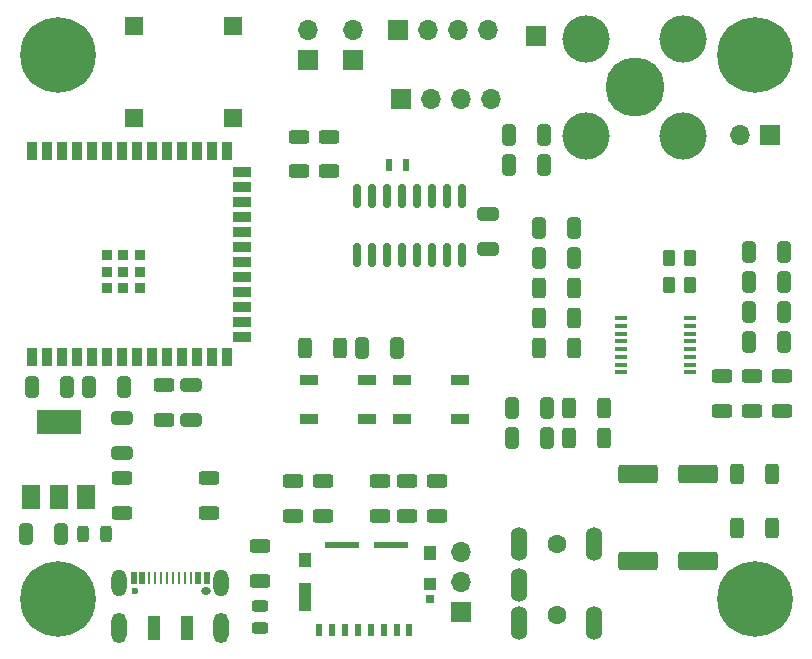
<source format=gbr>
%TF.GenerationSoftware,KiCad,Pcbnew,8.0.1-8.0.1-1~ubuntu22.04.1*%
%TF.CreationDate,2024-04-20T15:13:04+02:00*%
%TF.ProjectId,mp3alarm,6d703361-6c61-4726-9d2e-6b696361645f,v0.2*%
%TF.SameCoordinates,Original*%
%TF.FileFunction,Soldermask,Top*%
%TF.FilePolarity,Negative*%
%FSLAX46Y46*%
G04 Gerber Fmt 4.6, Leading zero omitted, Abs format (unit mm)*
G04 Created by KiCad (PCBNEW 8.0.1-8.0.1-1~ubuntu22.04.1) date 2024-04-20 15:13:04*
%MOMM*%
%LPD*%
G01*
G04 APERTURE LIST*
G04 Aperture macros list*
%AMRoundRect*
0 Rectangle with rounded corners*
0 $1 Rounding radius*
0 $2 $3 $4 $5 $6 $7 $8 $9 X,Y pos of 4 corners*
0 Add a 4 corners polygon primitive as box body*
4,1,4,$2,$3,$4,$5,$6,$7,$8,$9,$2,$3,0*
0 Add four circle primitives for the rounded corners*
1,1,$1+$1,$2,$3*
1,1,$1+$1,$4,$5*
1,1,$1+$1,$6,$7*
1,1,$1+$1,$8,$9*
0 Add four rect primitives between the rounded corners*
20,1,$1+$1,$2,$3,$4,$5,0*
20,1,$1+$1,$4,$5,$6,$7,0*
20,1,$1+$1,$6,$7,$8,$9,0*
20,1,$1+$1,$8,$9,$2,$3,0*%
G04 Aperture macros list end*
%ADD10R,1.500000X0.900000*%
%ADD11RoundRect,0.250000X-0.325000X-0.650000X0.325000X-0.650000X0.325000X0.650000X-0.325000X0.650000X0*%
%ADD12R,1.700000X1.700000*%
%ADD13O,1.700000X1.700000*%
%ADD14R,0.500000X1.000000*%
%ADD15R,0.720000X0.780000*%
%ADD16R,1.050000X1.080000*%
%ADD17R,1.050000X1.200000*%
%ADD18R,1.050000X2.390000*%
%ADD19R,2.910000X0.550000*%
%ADD20RoundRect,0.250000X-0.312500X-0.625000X0.312500X-0.625000X0.312500X0.625000X-0.312500X0.625000X0*%
%ADD21RoundRect,0.250000X0.312500X0.625000X-0.312500X0.625000X-0.312500X-0.625000X0.312500X-0.625000X0*%
%ADD22C,0.600000*%
%ADD23R,1.000000X2.000000*%
%ADD24O,0.850000X0.600000*%
%ADD25R,0.520000X1.000000*%
%ADD26R,0.270000X1.000000*%
%ADD27O,1.300000X2.300000*%
%ADD28O,1.300000X2.600000*%
%ADD29C,6.400000*%
%ADD30RoundRect,0.250000X0.625000X-0.312500X0.625000X0.312500X-0.625000X0.312500X-0.625000X-0.312500X0*%
%ADD31RoundRect,0.250000X0.325000X0.650000X-0.325000X0.650000X-0.325000X-0.650000X0.325000X-0.650000X0*%
%ADD32RoundRect,0.250000X0.262500X0.450000X-0.262500X0.450000X-0.262500X-0.450000X0.262500X-0.450000X0*%
%ADD33R,1.500000X1.500000*%
%ADD34R,0.900000X1.500000*%
%ADD35R,0.900000X0.900000*%
%ADD36RoundRect,0.243750X0.456250X-0.243750X0.456250X0.243750X-0.456250X0.243750X-0.456250X-0.243750X0*%
%ADD37R,1.500000X2.000000*%
%ADD38R,3.800000X2.000000*%
%ADD39RoundRect,0.250000X0.650000X-0.325000X0.650000X0.325000X-0.650000X0.325000X-0.650000X-0.325000X0*%
%ADD40C,1.600000*%
%ADD41O,1.422400X2.844800*%
%ADD42RoundRect,0.250000X1.412500X0.550000X-1.412500X0.550000X-1.412500X-0.550000X1.412500X-0.550000X0*%
%ADD43R,1.000000X0.400000*%
%ADD44RoundRect,0.150000X-0.150000X0.850000X-0.150000X-0.850000X0.150000X-0.850000X0.150000X0.850000X0*%
%ADD45RoundRect,0.250000X-0.262500X-0.450000X0.262500X-0.450000X0.262500X0.450000X-0.262500X0.450000X0*%
%ADD46RoundRect,0.250000X-0.625000X0.312500X-0.625000X-0.312500X0.625000X-0.312500X0.625000X0.312500X0*%
%ADD47RoundRect,0.243750X-0.243750X-0.456250X0.243750X-0.456250X0.243750X0.456250X-0.243750X0.456250X0*%
%ADD48C,5.000000*%
%ADD49C,4.000000*%
%ADD50R,0.600000X1.100000*%
%ADD51RoundRect,0.250000X-0.650000X0.325000X-0.650000X-0.325000X0.650000X-0.325000X0.650000X0.325000X0*%
G04 APERTURE END LIST*
D10*
%TO.C,D1*%
X74078000Y-88772000D03*
X74078000Y-85472000D03*
X69178000Y-85472000D03*
X69178000Y-88772000D03*
%TD*%
D11*
%TO.C,C1*%
X86155000Y-67310000D03*
X89105000Y-67310000D03*
%TD*%
D12*
%TO.C,J3*%
X69088000Y-58425000D03*
D13*
X69088000Y-55885000D03*
%TD*%
D12*
%TO.C,J5*%
X76962000Y-61722000D03*
D13*
X79502000Y-61722000D03*
X82042000Y-61722000D03*
X84582000Y-61722000D03*
%TD*%
D12*
%TO.C,J6*%
X76761500Y-55880000D03*
D13*
X79301500Y-55880000D03*
X81841500Y-55880000D03*
X84381500Y-55880000D03*
%TD*%
D14*
%TO.C,J7*%
X77718000Y-106689716D03*
X76618000Y-106689716D03*
X75518000Y-106689716D03*
X74418000Y-106689716D03*
X73318000Y-106689716D03*
X72218000Y-106689716D03*
X71118000Y-106689716D03*
X70018000Y-106689716D03*
D15*
X79478000Y-104009716D03*
D16*
X79493000Y-102739716D03*
D17*
X79493000Y-100129716D03*
X68843000Y-100699716D03*
D18*
X68843000Y-103884716D03*
D19*
X76154000Y-99454716D03*
X71964000Y-99454716D03*
%TD*%
D12*
%TO.C,J2*%
X72898000Y-58425000D03*
D13*
X72898000Y-55885000D03*
%TD*%
D12*
%TO.C,J9*%
X88392000Y-56388000D03*
%TD*%
D20*
%TO.C,R1*%
X68895500Y-82804000D03*
X71820500Y-82804000D03*
%TD*%
D12*
%TO.C,J1*%
X82042000Y-105156000D03*
D13*
X82042000Y-102616000D03*
X82042000Y-100076000D03*
%TD*%
D12*
%TO.C,J8*%
X108204000Y-64770000D03*
D13*
X105664000Y-64770000D03*
%TD*%
D21*
%TO.C,R10*%
X108396500Y-93472000D03*
X105471500Y-93472000D03*
%TD*%
D22*
%TO.C,J11*%
X54452000Y-103378000D03*
D23*
X56052000Y-106478000D03*
X58852000Y-106478000D03*
D24*
X60452000Y-103378000D03*
D25*
X54352000Y-102278000D03*
X55102000Y-102278000D03*
D26*
X55702000Y-102278000D03*
X57202000Y-102278000D03*
X58202000Y-102278000D03*
X59202000Y-102278000D03*
D25*
X59802000Y-102278000D03*
X60552000Y-102278000D03*
X60552000Y-102278000D03*
X59802000Y-102278000D03*
D26*
X58702000Y-102278000D03*
X57702000Y-102278000D03*
X56702000Y-102278000D03*
X56202000Y-102278000D03*
D25*
X55102000Y-102278000D03*
X54352000Y-102278000D03*
D27*
X53132000Y-102653000D03*
D28*
X53132000Y-106478000D03*
D27*
X61772000Y-102653000D03*
D28*
X61772000Y-106478000D03*
%TD*%
D29*
%TO.C,H2*%
X48000000Y-104000000D03*
%TD*%
D30*
%TO.C,R13*%
X67818000Y-96966500D03*
X67818000Y-94041500D03*
%TD*%
%TO.C,R11*%
X75184000Y-96966500D03*
X75184000Y-94041500D03*
%TD*%
D29*
%TO.C,H4*%
X107000000Y-58000000D03*
%TD*%
D31*
%TO.C,C13*%
X91645000Y-75184000D03*
X88695000Y-75184000D03*
%TD*%
D32*
%TO.C,FB2*%
X101496500Y-75184000D03*
X99671500Y-75184000D03*
%TD*%
D33*
%TO.C,SW2*%
X62738000Y-63336000D03*
X62738000Y-55536000D03*
%TD*%
D11*
%TO.C,C12*%
X106475000Y-77216000D03*
X109425000Y-77216000D03*
%TD*%
D34*
%TO.C,U3*%
X45750000Y-83580000D03*
X47020000Y-83580000D03*
X48290000Y-83580000D03*
X49560000Y-83580000D03*
X50830000Y-83580000D03*
X52100000Y-83580000D03*
X53370000Y-83580000D03*
X54640000Y-83580000D03*
X55910000Y-83580000D03*
X57180000Y-83580000D03*
X58450000Y-83580000D03*
X59720000Y-83580000D03*
X60990000Y-83580000D03*
X62260000Y-83580000D03*
D10*
X63510000Y-81815000D03*
X63510000Y-80545000D03*
X63510000Y-79275000D03*
X63510000Y-78005000D03*
X63510000Y-76735000D03*
X63510000Y-75465000D03*
X63510000Y-74195000D03*
X63510000Y-72925000D03*
X63510000Y-71655000D03*
X63510000Y-70385000D03*
X63510000Y-69115000D03*
X63510000Y-67845000D03*
D34*
X62260000Y-66080000D03*
X60990000Y-66080000D03*
X59720000Y-66080000D03*
X58450000Y-66080000D03*
X57180000Y-66080000D03*
X55910000Y-66080000D03*
X54640000Y-66080000D03*
X53370000Y-66080000D03*
X52100000Y-66080000D03*
X50830000Y-66080000D03*
X49560000Y-66080000D03*
X48290000Y-66080000D03*
X47020000Y-66080000D03*
X45750000Y-66080000D03*
D35*
X52070000Y-77730000D03*
X53470000Y-77730000D03*
X54870000Y-77730000D03*
X54870000Y-77730000D03*
X52070000Y-76330000D03*
X52070000Y-76330000D03*
X53470000Y-76330000D03*
X54870000Y-76330000D03*
X52070000Y-74930000D03*
X53470000Y-74930000D03*
X54870000Y-74930000D03*
%TD*%
D31*
%TO.C,C21*%
X89105000Y-64770000D03*
X86155000Y-64770000D03*
%TD*%
D20*
%TO.C,R16*%
X105471500Y-98044000D03*
X108396500Y-98044000D03*
%TD*%
D30*
%TO.C,R8*%
X56896000Y-88838500D03*
X56896000Y-85913500D03*
%TD*%
D11*
%TO.C,C4*%
X45261000Y-98552000D03*
X48211000Y-98552000D03*
%TD*%
D20*
%TO.C,R21*%
X88707500Y-82804000D03*
X91632500Y-82804000D03*
%TD*%
D36*
%TO.C,D4*%
X65024000Y-106523000D03*
X65024000Y-104648000D03*
%TD*%
D31*
%TO.C,C20*%
X109425000Y-79756000D03*
X106475000Y-79756000D03*
%TD*%
D20*
%TO.C,R23*%
X88707500Y-77724000D03*
X91632500Y-77724000D03*
%TD*%
D30*
%TO.C,R24*%
X106680000Y-88076500D03*
X106680000Y-85151500D03*
%TD*%
D37*
%TO.C,U4*%
X45706000Y-95352000D03*
X48006000Y-95352000D03*
D38*
X48006000Y-89052000D03*
D37*
X50306000Y-95352000D03*
%TD*%
D30*
%TO.C,R12*%
X70358000Y-96966500D03*
X70358000Y-94041500D03*
%TD*%
%TO.C,R20*%
X109220000Y-88076500D03*
X109220000Y-85151500D03*
%TD*%
%TO.C,R2*%
X70866000Y-67818000D03*
X70866000Y-64893000D03*
%TD*%
D20*
%TO.C,R19*%
X88707500Y-80264000D03*
X91632500Y-80264000D03*
%TD*%
D30*
%TO.C,R15*%
X77470000Y-96966500D03*
X77470000Y-94041500D03*
%TD*%
D21*
%TO.C,R17*%
X94172500Y-87884000D03*
X91247500Y-87884000D03*
%TD*%
D39*
%TO.C,C7*%
X59182000Y-88851000D03*
X59182000Y-85901000D03*
%TD*%
D40*
%TO.C,J4*%
X90170000Y-105379945D03*
X90170000Y-99379945D03*
D41*
X87020000Y-102879945D03*
X87020000Y-106079945D03*
X93320000Y-106079945D03*
X87020000Y-99379945D03*
X93320000Y-99379945D03*
%TD*%
D42*
%TO.C,C15*%
X102105500Y-93472000D03*
X97030500Y-93472000D03*
%TD*%
D11*
%TO.C,C10*%
X45769000Y-86106000D03*
X48719000Y-86106000D03*
%TD*%
D33*
%TO.C,SW1*%
X54356000Y-63336000D03*
X54356000Y-55536000D03*
%TD*%
D43*
%TO.C,U2*%
X95652000Y-80275000D03*
X95652000Y-80925000D03*
X95652000Y-81575000D03*
X95652000Y-82225000D03*
X95652000Y-82875000D03*
X95652000Y-83525000D03*
X95652000Y-84175000D03*
X95652000Y-84825000D03*
X101452000Y-84825000D03*
X101452000Y-84175000D03*
X101452000Y-83525000D03*
X101452000Y-82875000D03*
X101452000Y-82225000D03*
X101452000Y-81575000D03*
X101452000Y-80925000D03*
X101452000Y-80275000D03*
%TD*%
D11*
%TO.C,C11*%
X106475000Y-74676000D03*
X109425000Y-74676000D03*
%TD*%
D44*
%TO.C,IC1*%
X82169000Y-69890000D03*
X80899000Y-69890000D03*
X79629000Y-69890000D03*
X78359000Y-69890000D03*
X77089000Y-69890000D03*
X75819000Y-69890000D03*
X74549000Y-69890000D03*
X73279000Y-69890000D03*
X73279000Y-74890000D03*
X74549000Y-74890000D03*
X75819000Y-74890000D03*
X77089000Y-74890000D03*
X78359000Y-74890000D03*
X79629000Y-74890000D03*
X80899000Y-74890000D03*
X82169000Y-74890000D03*
%TD*%
D31*
%TO.C,C3*%
X76659000Y-82804000D03*
X73709000Y-82804000D03*
%TD*%
D45*
%TO.C,FB1*%
X99671500Y-77470000D03*
X101496500Y-77470000D03*
%TD*%
D30*
%TO.C,R22*%
X104140000Y-88076500D03*
X104140000Y-85151500D03*
%TD*%
D46*
%TO.C,R7*%
X60706000Y-93787500D03*
X60706000Y-96712500D03*
%TD*%
D31*
%TO.C,C19*%
X109425000Y-82296000D03*
X106475000Y-82296000D03*
%TD*%
D30*
%TO.C,R3*%
X68326000Y-67818000D03*
X68326000Y-64893000D03*
%TD*%
D47*
%TO.C,D3*%
X50116500Y-98552000D03*
X51991500Y-98552000D03*
%TD*%
D11*
%TO.C,C18*%
X86409000Y-90424000D03*
X89359000Y-90424000D03*
%TD*%
D42*
%TO.C,C16*%
X102105500Y-100838000D03*
X97030500Y-100838000D03*
%TD*%
D10*
%TO.C,D2*%
X81952000Y-88772000D03*
X81952000Y-85472000D03*
X77052000Y-85472000D03*
X77052000Y-88772000D03*
%TD*%
D39*
%TO.C,C5*%
X53340000Y-91645000D03*
X53340000Y-88695000D03*
%TD*%
D46*
%TO.C,R6*%
X53340000Y-93787500D03*
X53340000Y-96712500D03*
%TD*%
D31*
%TO.C,C6*%
X53545000Y-86106000D03*
X50595000Y-86106000D03*
%TD*%
D30*
%TO.C,R14*%
X80010000Y-96966500D03*
X80010000Y-94041500D03*
%TD*%
D31*
%TO.C,C17*%
X89359000Y-87884000D03*
X86409000Y-87884000D03*
%TD*%
D29*
%TO.C,H3*%
X107000000Y-104000000D03*
%TD*%
D48*
%TO.C,J10*%
X96774000Y-60706000D03*
D49*
X92659000Y-56591000D03*
X92659000Y-64821000D03*
X100889000Y-56591000D03*
X100889000Y-64821000D03*
%TD*%
D29*
%TO.C,H1*%
X48000000Y-58000000D03*
%TD*%
D31*
%TO.C,C14*%
X91645000Y-72644000D03*
X88695000Y-72644000D03*
%TD*%
D50*
%TO.C,Y1*%
X76008000Y-67310000D03*
X77408000Y-67310000D03*
%TD*%
D30*
%TO.C,R9*%
X65024000Y-102476000D03*
X65024000Y-99551000D03*
%TD*%
D51*
%TO.C,C2*%
X84328000Y-71472000D03*
X84328000Y-74422000D03*
%TD*%
D21*
%TO.C,R18*%
X94172500Y-90424000D03*
X91247500Y-90424000D03*
%TD*%
M02*

</source>
